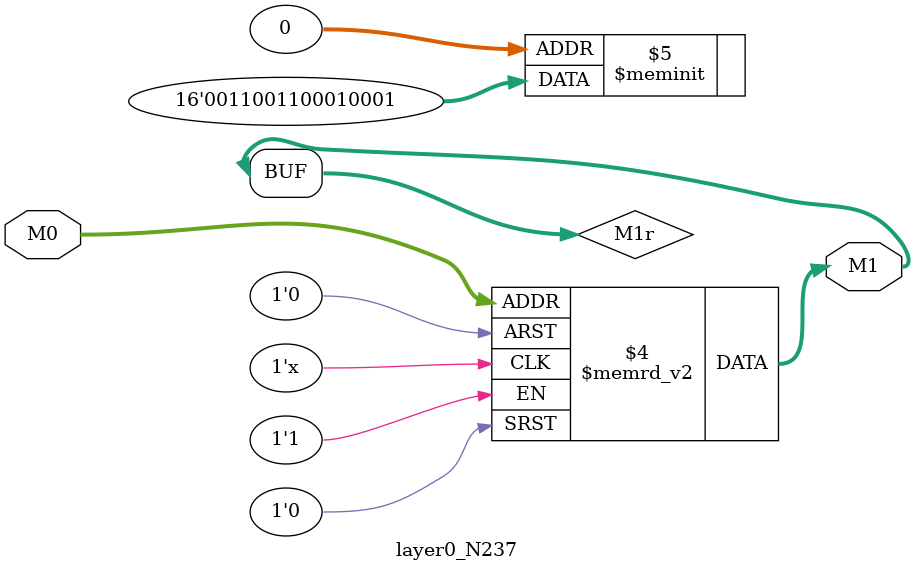
<source format=v>
module layer0_N237 ( input [2:0] M0, output [1:0] M1 );

	(*rom_style = "distributed" *) reg [1:0] M1r;
	assign M1 = M1r;
	always @ (M0) begin
		case (M0)
			3'b000: M1r = 2'b01;
			3'b100: M1r = 2'b11;
			3'b010: M1r = 2'b01;
			3'b110: M1r = 2'b11;
			3'b001: M1r = 2'b00;
			3'b101: M1r = 2'b00;
			3'b011: M1r = 2'b00;
			3'b111: M1r = 2'b00;

		endcase
	end
endmodule

</source>
